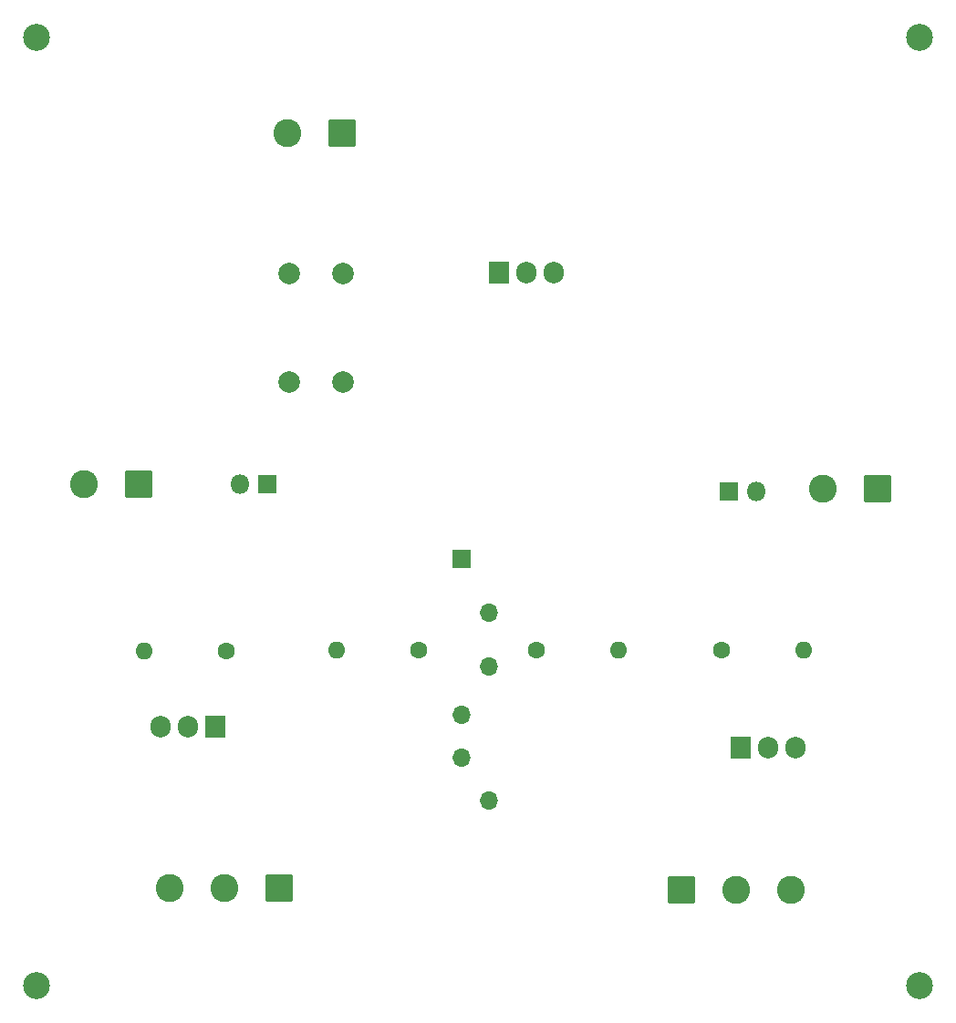
<source format=gbr>
%TF.GenerationSoftware,KiCad,Pcbnew,9.0.0*%
%TF.CreationDate,2025-08-03T16:24:41+07:00*%
%TF.ProjectId,O1_Circuit,4f315f43-6972-4637-9569-742e6b696361,rev?*%
%TF.SameCoordinates,Original*%
%TF.FileFunction,Soldermask,Top*%
%TF.FilePolarity,Negative*%
%FSLAX46Y46*%
G04 Gerber Fmt 4.6, Leading zero omitted, Abs format (unit mm)*
G04 Created by KiCad (PCBNEW 9.0.0) date 2025-08-03 16:24:41*
%MOMM*%
%LPD*%
G01*
G04 APERTURE LIST*
G04 Aperture macros list*
%AMRoundRect*
0 Rectangle with rounded corners*
0 $1 Rounding radius*
0 $2 $3 $4 $5 $6 $7 $8 $9 X,Y pos of 4 corners*
0 Add a 4 corners polygon primitive as box body*
4,1,4,$2,$3,$4,$5,$6,$7,$8,$9,$2,$3,0*
0 Add four circle primitives for the rounded corners*
1,1,$1+$1,$2,$3*
1,1,$1+$1,$4,$5*
1,1,$1+$1,$6,$7*
1,1,$1+$1,$8,$9*
0 Add four rect primitives between the rounded corners*
20,1,$1+$1,$2,$3,$4,$5,0*
20,1,$1+$1,$4,$5,$6,$7,0*
20,1,$1+$1,$6,$7,$8,$9,0*
20,1,$1+$1,$8,$9,$2,$3,0*%
G04 Aperture macros list end*
%ADD10RoundRect,0.250000X-1.050000X-1.050000X1.050000X-1.050000X1.050000X1.050000X-1.050000X1.050000X0*%
%ADD11C,2.600000*%
%ADD12C,1.600000*%
%ADD13O,1.600000X1.600000*%
%ADD14RoundRect,0.250000X1.050000X1.050000X-1.050000X1.050000X-1.050000X-1.050000X1.050000X-1.050000X0*%
%ADD15R,1.800000X1.800000*%
%ADD16O,1.800000X1.800000*%
%ADD17R,1.905000X2.000000*%
%ADD18O,1.905000X2.000000*%
%ADD19C,2.000000*%
%ADD20R,1.700000X1.700000*%
%ADD21O,1.700000X1.700000*%
%ADD22C,2.500000*%
G04 APERTURE END LIST*
D10*
%TO.C,J2*%
X152915000Y-123167500D03*
D11*
X157995000Y-123167500D03*
X163075000Y-123167500D03*
%TD*%
D12*
%TO.C,R4*%
X156650000Y-100920000D03*
D13*
X164270000Y-100920000D03*
%TD*%
D12*
%TO.C,R1*%
X139460000Y-100920000D03*
D13*
X147080000Y-100920000D03*
%TD*%
D14*
%TO.C,J1*%
X121360000Y-52920000D03*
D11*
X116280000Y-52920000D03*
%TD*%
D15*
%TO.C,D1*%
X114474500Y-85460000D03*
D16*
X111934500Y-85460000D03*
%TD*%
D17*
%TO.C,Q1*%
X158380000Y-109920000D03*
D18*
X160920000Y-109920000D03*
X163460000Y-109920000D03*
%TD*%
D19*
%TO.C,C1*%
X121460000Y-65920000D03*
X116460000Y-65920000D03*
%TD*%
D20*
%TO.C,J4*%
X132460000Y-92380000D03*
D21*
X135000000Y-97380000D03*
X135000000Y-114880000D03*
X132460000Y-110880000D03*
X132460000Y-106880000D03*
X135000000Y-102380000D03*
%TD*%
D22*
%TO.C,H2*%
X93000000Y-44000000D03*
%TD*%
%TO.C,H4*%
X93000000Y-132000000D03*
%TD*%
D12*
%TO.C,R2*%
X128460000Y-100920000D03*
D13*
X120840000Y-100920000D03*
%TD*%
D14*
%TO.C,M1*%
X171080000Y-85920000D03*
D11*
X166000000Y-85920000D03*
%TD*%
D22*
%TO.C,H3*%
X175000000Y-132000000D03*
%TD*%
D14*
%TO.C,M2*%
X102474500Y-85460000D03*
D11*
X97394500Y-85460000D03*
%TD*%
D17*
%TO.C,Q2*%
X109620000Y-108000000D03*
D18*
X107080000Y-108000000D03*
X104540000Y-108000000D03*
%TD*%
D17*
%TO.C,U3*%
X135920000Y-65865000D03*
D18*
X138460000Y-65865000D03*
X141000000Y-65865000D03*
%TD*%
D14*
%TO.C,J3*%
X115540000Y-123000000D03*
D11*
X110460000Y-123000000D03*
X105380000Y-123000000D03*
%TD*%
D12*
%TO.C,R3*%
X110620000Y-101000000D03*
D13*
X103000000Y-101000000D03*
%TD*%
D22*
%TO.C,H1*%
X175000000Y-44000000D03*
%TD*%
D15*
%TO.C,D2*%
X157281000Y-86121000D03*
D16*
X159821000Y-86121000D03*
%TD*%
D19*
%TO.C,C2*%
X121500000Y-76000000D03*
X116500000Y-76000000D03*
%TD*%
M02*

</source>
